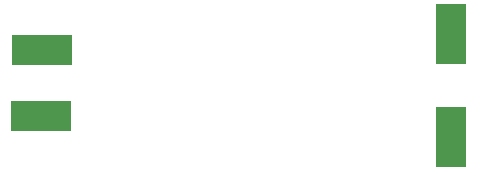
<source format=gbr>
G04 EAGLE Gerber RS-274X export*
G75*
%MOMM*%
%FSLAX34Y34*%
%LPD*%
%INSolderpaste Bottom*%
%IPPOS*%
%AMOC8*
5,1,8,0,0,1.08239X$1,22.5*%
G01*
%ADD10R,5.080000X2.540000*%
%ADD11R,2.540000X5.080000*%


D10*
X43500Y98000D03*
X44250Y153730D03*
D11*
X390250Y167500D03*
X390500Y80500D03*
M02*

</source>
